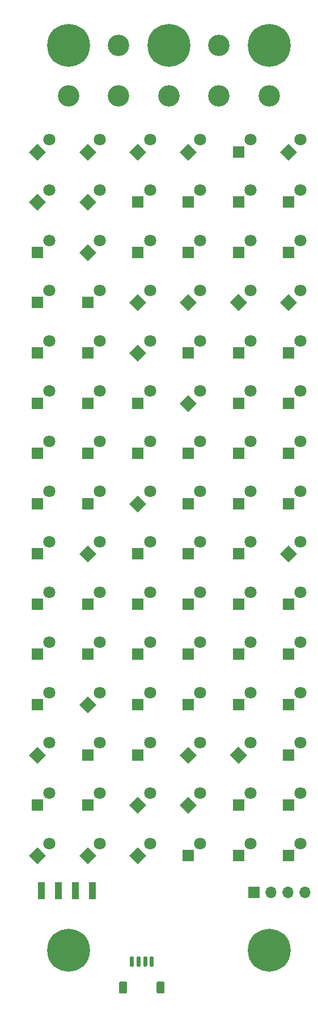
<source format=gts>
G04 #@! TF.GenerationSoftware,KiCad,Pcbnew,7.0.6-7.0.6~ubuntu22.04.1*
G04 #@! TF.CreationDate,2023-08-02T18:38:58+01:00*
G04 #@! TF.ProjectId,working,776f726b-696e-4672-9e6b-696361645f70,rev?*
G04 #@! TF.SameCoordinates,Original*
G04 #@! TF.FileFunction,Soldermask,Top*
G04 #@! TF.FilePolarity,Negative*
%FSLAX46Y46*%
G04 Gerber Fmt 4.6, Leading zero omitted, Abs format (unit mm)*
G04 Created by KiCad (PCBNEW 7.0.6-7.0.6~ubuntu22.04.1) date 2023-08-02 18:38:58*
%MOMM*%
%LPD*%
G01*
G04 APERTURE LIST*
%ADD10C,1.800000*%
%ADD11R,1.700000X1.700000*%
%ADD12O,1.700000X1.700000*%
%ADD13C,3.200000*%
%ADD14C,6.400000*%
%ADD15R,1.800000X1.800000*%
%ADD16R,1.000000X2.500000*%
G04 APERTURE END LIST*
G36*
X-12116000Y35361208D02*
G01*
X-13388792Y36634000D01*
X-12116000Y37906792D01*
X-10843208Y36634000D01*
X-12116000Y35361208D01*
G37*
D10*
X-10319949Y38430051D03*
G36*
X10384000Y-39638792D02*
G01*
X9111208Y-38366000D01*
X10384000Y-37093208D01*
X11656792Y-38366000D01*
X10384000Y-39638792D01*
G37*
X12180051Y-36569949D03*
G36*
X2884000Y50361208D02*
G01*
X1611208Y51634000D01*
X2884000Y52906792D01*
X4156792Y51634000D01*
X2884000Y50361208D01*
G37*
X4680051Y53430051D03*
G36*
X17884000Y50361208D02*
G01*
X16611208Y51634000D01*
X17884000Y52906792D01*
X19156792Y51634000D01*
X17884000Y50361208D01*
G37*
X19680051Y53430051D03*
G36*
X2884000Y-47138792D02*
G01*
X1611208Y-45866000D01*
X2884000Y-44593208D01*
X4156792Y-45866000D01*
X2884000Y-47138792D01*
G37*
X4680051Y-44069949D03*
G36*
G01*
X-5840000Y-69840000D02*
X-5840000Y-68590000D01*
G75*
G02*
X-5690000Y-68440000I150000J0D01*
G01*
X-5390000Y-68440000D01*
G75*
G02*
X-5240000Y-68590000I0J-150000D01*
G01*
X-5240000Y-69840000D01*
G75*
G02*
X-5390000Y-69990000I-150000J0D01*
G01*
X-5690000Y-69990000D01*
G75*
G02*
X-5840000Y-69840000I0J150000D01*
G01*
G37*
G36*
G01*
X-4840000Y-69840000D02*
X-4840000Y-68590000D01*
G75*
G02*
X-4690000Y-68440000I150000J0D01*
G01*
X-4390000Y-68440000D01*
G75*
G02*
X-4240000Y-68590000I0J-150000D01*
G01*
X-4240000Y-69840000D01*
G75*
G02*
X-4390000Y-69990000I-150000J0D01*
G01*
X-4690000Y-69990000D01*
G75*
G02*
X-4840000Y-69840000I0J150000D01*
G01*
G37*
G36*
G01*
X-3840000Y-69840000D02*
X-3840000Y-68590000D01*
G75*
G02*
X-3690000Y-68440000I150000J0D01*
G01*
X-3390000Y-68440000D01*
G75*
G02*
X-3240000Y-68590000I0J-150000D01*
G01*
X-3240000Y-69840000D01*
G75*
G02*
X-3390000Y-69990000I-150000J0D01*
G01*
X-3690000Y-69990000D01*
G75*
G02*
X-3840000Y-69840000I0J150000D01*
G01*
G37*
G36*
G01*
X-2840000Y-69840000D02*
X-2840000Y-68590000D01*
G75*
G02*
X-2690000Y-68440000I150000J0D01*
G01*
X-2390000Y-68440000D01*
G75*
G02*
X-2240000Y-68590000I0J-150000D01*
G01*
X-2240000Y-69840000D01*
G75*
G02*
X-2390000Y-69990000I-150000J0D01*
G01*
X-2690000Y-69990000D01*
G75*
G02*
X-2840000Y-69840000I0J150000D01*
G01*
G37*
G36*
G01*
X-7440000Y-73740000D02*
X-7440000Y-72440000D01*
G75*
G02*
X-7190000Y-72190000I250000J0D01*
G01*
X-6490000Y-72190000D01*
G75*
G02*
X-6240000Y-72440000I0J-250000D01*
G01*
X-6240000Y-73740000D01*
G75*
G02*
X-6490000Y-73990000I-250000J0D01*
G01*
X-7190000Y-73990000D01*
G75*
G02*
X-7440000Y-73740000I0J250000D01*
G01*
G37*
G36*
G01*
X-1840000Y-73740000D02*
X-1840000Y-72440000D01*
G75*
G02*
X-1590000Y-72190000I250000J0D01*
G01*
X-890000Y-72190000D01*
G75*
G02*
X-640000Y-72440000I0J-250000D01*
G01*
X-640000Y-73740000D01*
G75*
G02*
X-890000Y-73990000I-250000J0D01*
G01*
X-1590000Y-73990000D01*
G75*
G02*
X-1840000Y-73740000I0J250000D01*
G01*
G37*
G36*
X2884000Y27861208D02*
G01*
X1611208Y29134000D01*
X2884000Y30406792D01*
X4156792Y29134000D01*
X2884000Y27861208D01*
G37*
X4680051Y30930051D03*
G36*
X-12116000Y42861208D02*
G01*
X-13388792Y44134000D01*
X-12116000Y45406792D01*
X-10843208Y44134000D01*
X-12116000Y42861208D01*
G37*
X-10319949Y45930051D03*
G36*
X-19616000Y-39638792D02*
G01*
X-20888792Y-38366000D01*
X-19616000Y-37093208D01*
X-18343208Y-38366000D01*
X-19616000Y-39638792D01*
G37*
X-17819949Y-36569949D03*
G36*
X-4616000Y-47138792D02*
G01*
X-5888792Y-45866000D01*
X-4616000Y-44593208D01*
X-3343208Y-45866000D01*
X-4616000Y-47138792D01*
G37*
X-2819949Y-44069949D03*
D11*
X12700000Y-58928000D03*
D12*
X15240000Y-58928000D03*
X17780000Y-58928000D03*
X20320000Y-58928000D03*
G36*
X-12116000Y50361208D02*
G01*
X-13388792Y51634000D01*
X-12116000Y52906792D01*
X-10843208Y51634000D01*
X-12116000Y50361208D01*
G37*
D10*
X-10319949Y53430051D03*
G36*
X10384000Y27861208D02*
G01*
X9111208Y29134000D01*
X10384000Y30406792D01*
X11656792Y29134000D01*
X10384000Y27861208D01*
G37*
X12180051Y30930051D03*
G36*
X-4616000Y27861208D02*
G01*
X-5888792Y29134000D01*
X-4616000Y30406792D01*
X-3343208Y29134000D01*
X-4616000Y27861208D01*
G37*
X-2819949Y30930051D03*
G36*
X17884000Y27861208D02*
G01*
X16611208Y29134000D01*
X17884000Y30406792D01*
X19156792Y29134000D01*
X17884000Y27861208D01*
G37*
X19680051Y30930051D03*
G36*
X-4616000Y20361208D02*
G01*
X-5888792Y21634000D01*
X-4616000Y22906792D01*
X-3343208Y21634000D01*
X-4616000Y20361208D01*
G37*
X-2819949Y23430051D03*
G36*
X-12116000Y-32138792D02*
G01*
X-13388792Y-30866000D01*
X-12116000Y-29593208D01*
X-10843208Y-30866000D01*
X-12116000Y-32138792D01*
G37*
X-10319949Y-29069949D03*
G36*
X-4616000Y50361208D02*
G01*
X-5888792Y51634000D01*
X-4616000Y52906792D01*
X-3343208Y51634000D01*
X-4616000Y50361208D01*
G37*
X-2819949Y53430051D03*
D13*
X7500000Y60000000D03*
G36*
X2884000Y12861208D02*
G01*
X1611208Y14134000D01*
X2884000Y15406792D01*
X4156792Y14134000D01*
X2884000Y12861208D01*
G37*
D10*
X4680051Y15930051D03*
G36*
X17884000Y-9638792D02*
G01*
X16611208Y-8366000D01*
X17884000Y-7093208D01*
X19156792Y-8366000D01*
X17884000Y-9638792D01*
G37*
X19680051Y-6569949D03*
G36*
X2884000Y-39638792D02*
G01*
X1611208Y-38366000D01*
X2884000Y-37093208D01*
X4156792Y-38366000D01*
X2884000Y-39638792D01*
G37*
X4680051Y-36569949D03*
G36*
X-19616000Y42861208D02*
G01*
X-20888792Y44134000D01*
X-19616000Y45406792D01*
X-18343208Y44134000D01*
X-19616000Y42861208D01*
G37*
X-17819949Y45930051D03*
G36*
X-4616000Y-2138792D02*
G01*
X-5888792Y-866000D01*
X-4616000Y406792D01*
X-3343208Y-866000D01*
X-4616000Y-2138792D01*
G37*
X-2819949Y930051D03*
G36*
X-12116000Y-9638792D02*
G01*
X-13388792Y-8366000D01*
X-12116000Y-7093208D01*
X-10843208Y-8366000D01*
X-12116000Y-9638792D01*
G37*
X-10319949Y-6569949D03*
D14*
X15000000Y-67500000D03*
G36*
X-19616000Y50361208D02*
G01*
X-20888792Y51634000D01*
X-19616000Y52906792D01*
X-18343208Y51634000D01*
X-19616000Y50361208D01*
G37*
D10*
X-17819949Y53430051D03*
G36*
X-19616000Y-54638792D02*
G01*
X-20888792Y-53366000D01*
X-19616000Y-52093208D01*
X-18343208Y-53366000D01*
X-19616000Y-54638792D01*
G37*
X-17819949Y-51569949D03*
D15*
X-19616000Y21634000D03*
D10*
X-17819949Y23430051D03*
D15*
X10384000Y51634000D03*
D10*
X12180051Y53430051D03*
D15*
X2884000Y-53366000D03*
D10*
X4680051Y-51569949D03*
D13*
X0Y60000000D03*
D15*
X-12116000Y6634000D03*
D10*
X-10319949Y8430051D03*
D15*
X-4616000Y36634000D03*
D10*
X-2819949Y38430051D03*
G36*
X-4616000Y-54638792D02*
G01*
X-5888792Y-53366000D01*
X-4616000Y-52093208D01*
X-3343208Y-53366000D01*
X-4616000Y-54638792D01*
G37*
X-2819949Y-51569949D03*
D14*
X15000000Y67500000D03*
D15*
X2884000Y36634000D03*
D10*
X4680051Y38430051D03*
D15*
X-4616000Y-23366000D03*
D10*
X-2819949Y-21569949D03*
D15*
X-19616000Y-45866000D03*
D10*
X-17819949Y-44069949D03*
D15*
X2884000Y21634000D03*
D10*
X4680051Y23430051D03*
D15*
X10384000Y-15866000D03*
D10*
X12180051Y-14069949D03*
D15*
X17884000Y-45866000D03*
D10*
X19680051Y-44069949D03*
D15*
X10384000Y21634000D03*
D10*
X12180051Y23430051D03*
D15*
X10384000Y6634000D03*
D10*
X12180051Y8430051D03*
D15*
X17884000Y14134000D03*
D10*
X19680051Y15930051D03*
D15*
X17884000Y36634000D03*
D10*
X19680051Y38430051D03*
D15*
X10384000Y-30866000D03*
D10*
X12180051Y-29069949D03*
D15*
X10384000Y-8366000D03*
D10*
X12180051Y-6569949D03*
D15*
X10384000Y44134000D03*
D10*
X12180051Y45930051D03*
G36*
X-12116000Y-54638792D02*
G01*
X-13388792Y-53366000D01*
X-12116000Y-52093208D01*
X-10843208Y-53366000D01*
X-12116000Y-54638792D01*
G37*
X-10319949Y-51569949D03*
D15*
X-4616000Y-38366000D03*
D10*
X-2819949Y-36569949D03*
D15*
X17884000Y-53366000D03*
D10*
X19680051Y-51569949D03*
D15*
X2884000Y-30866000D03*
D10*
X4680051Y-29069949D03*
D15*
X17884000Y-866000D03*
D10*
X19680051Y930051D03*
D14*
X0Y67500000D03*
D15*
X-19616000Y14134000D03*
D10*
X-17819949Y15930051D03*
D15*
X17884000Y21634000D03*
D10*
X19680051Y23430051D03*
D15*
X10384000Y-53366000D03*
D10*
X12180051Y-51569949D03*
D15*
X2884000Y-15866000D03*
D10*
X4680051Y-14069949D03*
D15*
X17884000Y-23366000D03*
D10*
X19680051Y-21569949D03*
D15*
X10384000Y14134000D03*
D10*
X12180051Y15930051D03*
D15*
X10384000Y-45866000D03*
D10*
X12180051Y-44069949D03*
D15*
X2884000Y-866000D03*
D10*
X4680051Y930051D03*
D13*
X-15000000Y60000000D03*
D15*
X2884000Y44134000D03*
D10*
X4680051Y45930051D03*
D15*
X-19616000Y-30866000D03*
D10*
X-17819949Y-29069949D03*
D15*
X-19616000Y36634000D03*
D10*
X-17819949Y38430051D03*
D15*
X-12116000Y-866000D03*
D10*
X-10319949Y930051D03*
D15*
X-4616000Y-15866000D03*
D10*
X-2819949Y-14069949D03*
D15*
X-4616000Y-30866000D03*
D10*
X-2819949Y-29069949D03*
D15*
X-19616000Y-15866000D03*
D10*
X-17819949Y-14069949D03*
D15*
X-19616000Y-23366000D03*
D10*
X-17819949Y-21569949D03*
D15*
X2884000Y-8366000D03*
D10*
X4680051Y-6569949D03*
D15*
X17884000Y-30866000D03*
D10*
X19680051Y-29069949D03*
D15*
X-4616000Y14134000D03*
D10*
X-2819949Y15930051D03*
D14*
X-15000000Y-67500000D03*
D15*
X-19616000Y-866000D03*
D10*
X-17819949Y930051D03*
D15*
X17884000Y-15866000D03*
D10*
X19680051Y-14069949D03*
D15*
X10384000Y36634000D03*
D10*
X12180051Y38430051D03*
D15*
X-4616000Y6634000D03*
D10*
X-2819949Y8430051D03*
D15*
X-12116000Y-45866000D03*
D10*
X-10319949Y-44069949D03*
D14*
X-15000000Y67500000D03*
D15*
X-19616000Y6634000D03*
D10*
X-17819949Y8430051D03*
D15*
X17884000Y-38366000D03*
D10*
X19680051Y-36569949D03*
D15*
X-12116000Y-38366000D03*
D10*
X-10319949Y-36569949D03*
D15*
X2884000Y-23366000D03*
D10*
X4680051Y-21569949D03*
D15*
X-19616000Y-8366000D03*
D10*
X-17819949Y-6569949D03*
D13*
X15000000Y60000000D03*
X-7500000Y67500000D03*
D16*
X-11430000Y-58610000D03*
X-13970000Y-58610000D03*
X-16510000Y-58610000D03*
X-19050000Y-58610000D03*
D15*
X-4616000Y44134000D03*
D10*
X-2819949Y45930051D03*
D15*
X10384000Y-23366000D03*
D10*
X12180051Y-21569949D03*
D15*
X2884000Y6634000D03*
D10*
X4680051Y8430051D03*
D15*
X17884000Y44134000D03*
D10*
X19680051Y45930051D03*
D15*
X-12116000Y14134000D03*
D10*
X-10319949Y15930051D03*
D15*
X-12116000Y-15866000D03*
D10*
X-10319949Y-14069949D03*
D15*
X-4616000Y-8366000D03*
D10*
X-2819949Y-6569949D03*
D15*
X-12116000Y-23366000D03*
D10*
X-10319949Y-21569949D03*
D15*
X10384000Y-866000D03*
D10*
X12180051Y930051D03*
D13*
X7500000Y67500000D03*
D15*
X-12116000Y21634000D03*
D10*
X-10319949Y23430051D03*
D13*
X-7500000Y60000000D03*
D15*
X-12116000Y29134000D03*
D10*
X-10319949Y30930051D03*
D15*
X17884000Y6634000D03*
D10*
X19680051Y8430051D03*
D15*
X-19616000Y29134000D03*
D10*
X-17819949Y30930051D03*
M02*

</source>
